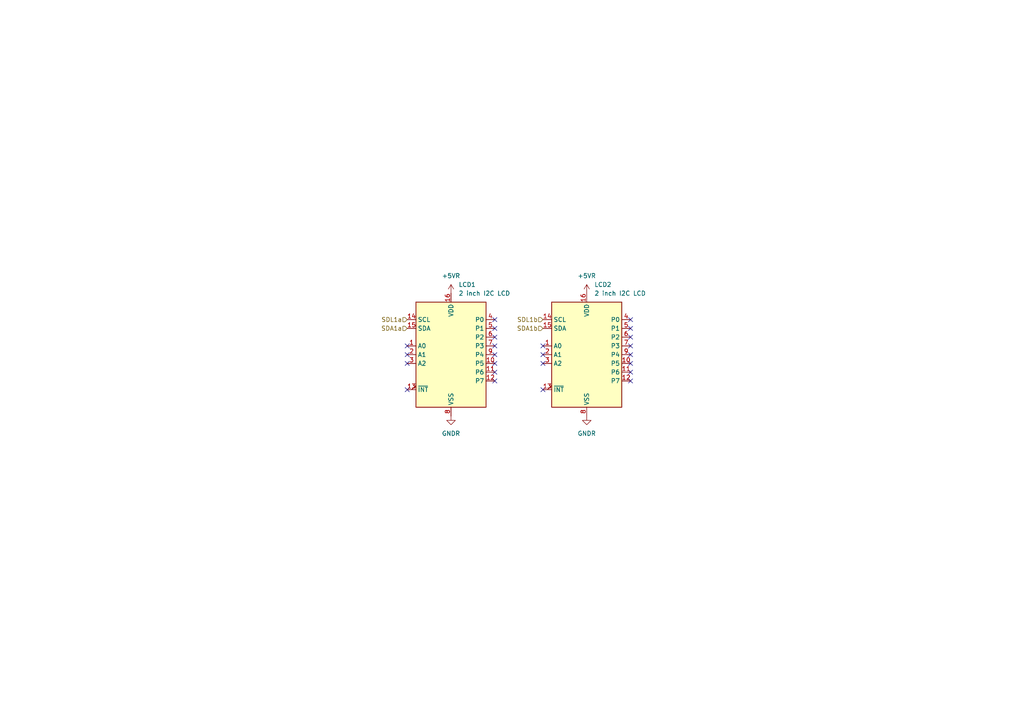
<source format=kicad_sch>
(kicad_sch (version 20250114) (generator "eeschema") (generator_version "9.0")
  (paper "A4")
  (lib_symbols
    (symbol "Interface_Expansion:PCF8574"
      (property "Reference" "U" (at -8.89 16.51 0))
      (property "Value" "PCF8574" (at 2.54 16.51 0))
      (symbol "PCF8574_0_1"
        (rectangle (start -10.16 15.24) (end 10.16 -15.24) (stroke (width 0.254)) (fill (type background)))
      )
      (symbol "PCF8574_1_1"
        (pin input line (at -12.7 10.16 0) (length 2.54) (name "SCL") (number "14"))
        (pin bidirectional line (at -12.7 7.62 0) (length 2.54) (name "SDA") (number "15"))
        (pin input line (at -12.7 2.54 0) (length 2.54) (name "A0") (number "1"))
        (pin input line (at -12.7 0 0) (length 2.54) (name "A1") (number "2"))
        (pin input line (at -12.7 -2.54 0) (length 2.54) (name "A2") (number "3"))
        (pin open_collector output_low (at -12.7 -10.16 0) (length 2.54) (name "~{INT}") (number "13"))
        (pin power_in line (at 0 17.78 270) (length 2.54) (name "VDD") (number "16"))
        (pin power_in line (at 0 -17.78 90) (length 2.54) (name "VSS") (number "8"))
        (pin bidirectional line (at 12.7 10.16 180) (length 2.54) (name "P0") (number "4"))
        (pin bidirectional line (at 12.7 7.62 180) (length 2.54) (name "P1") (number "5"))
        (pin bidirectional line (at 12.7 5.08 180) (length 2.54) (name "P2") (number "6"))
        (pin bidirectional line (at 12.7 2.54 180) (length 2.54) (name "P3") (number "7"))
        (pin bidirectional line (at 12.7 0 180) (length 2.54) (name "P4") (number "9"))
        (pin bidirectional line (at 12.7 -2.54 180) (length 2.54) (name "P5") (number "10"))
        (pin bidirectional line (at 12.7 -5.08 180) (length 2.54) (name "P6") (number "11"))
        (pin bidirectional line (at 12.7 -7.62 180) (length 2.54) (name "P7") (number "12"))
      )
    )
    (symbol "foostan/kbd:+5VR" (power) (pin_names (offset 0))
      (property "Value" "+5VR" (at 0 3.556 0))
      (symbol "+5VR_0_1"
        (polyline (pts (xy -0.762 1.27) (xy 0 2.54)))
        (polyline (pts (xy 0 2.54) (xy 0.762 1.27)))
        (polyline (pts (xy 0 0) (xy 0 2.54)))
      )
      (symbol "+5VR_1_1"
        (pin power_in line (at 0 0 90) (length 0) (hide yes) (name "+5VR") (number "1"))
      )
    )
    (symbol "foostan/kbd:GNDR" (power) (pin_names (offset 0))
      (property "Value" "GNDR" (at 0 -3.81 0))
      (symbol "GNDR_0_1"
        (polyline (pts (xy 0 0) (xy 0 -1.27) (xy 1.27 -1.27) (xy 0 -2.54) (xy -1.27 -1.27) (xy 0 -1.27)))
      )
      (symbol "GNDR_1_1"
        (pin power_in line (at 0 0 270) (length 0) (hide yes) (name "GNDR") (number "1"))
      )
    )
  )
  (no_connect (at 182.88 105.41))
  (no_connect (at 182.88 95.25))
  (no_connect (at 143.51 107.95))
  (no_connect (at 118.11 100.33))
  (no_connect (at 157.48 102.87))
  (no_connect (at 182.88 92.71))
  (no_connect (at 157.48 105.41))
  (no_connect (at 143.51 110.49))
  (no_connect (at 182.88 102.87))
  (no_connect (at 143.51 102.87))
  (no_connect (at 182.88 107.95))
  (no_connect (at 143.51 95.25))
  (no_connect (at 182.88 100.33))
  (no_connect (at 182.88 97.79))
  (no_connect (at 118.11 105.41))
  (no_connect (at 143.51 105.41))
  (no_connect (at 157.48 113.03))
  (no_connect (at 118.11 113.03))
  (no_connect (at 143.51 100.33))
  (no_connect (at 182.88 110.49))
  (no_connect (at 118.11 102.87))
  (no_connect (at 143.51 97.79))
  (no_connect (at 157.48 100.33))
  (no_connect (at 143.51 92.71))
  (hierarchical_label "SDL1b" (shape input) (at 157.48 92.71 180))
  (hierarchical_label "SDA1a" (shape input) (at 118.11 95.25 180))
  (hierarchical_label "SDL1a" (shape input) (at 118.11 92.71 180))
  (hierarchical_label "SDA1b" (shape input) (at 157.48 95.25 180))
  (symbol (lib_id "foostan/kbd:+5VR") (at 130.81 85.09 0) (unit 1)
    (property "Reference" "#PWR07" (effects (hide yes)))
    (property "Value" "+5VR" (at 130.81 80.01 0))
  )
  (symbol (lib_id "Interface_Expansion:PCF8574") (at 170.18 102.87 0) (unit 1)
    (property "Reference" "LCD2" (at 172.3741 82.55 0) (effects (justify left)))
    (property "Value" "2 inch I2C LCD" (at 172.3741 85.09 0) (effects (justify left)))
  )
  (symbol (lib_id "foostan/kbd:GNDR") (at 130.81 120.65 0) (unit 1)
    (property "Reference" "#PWR09" (effects (hide yes)))
    (property "Value" "GNDR" (at 130.81 125.73 0))
  )
  (symbol (lib_id "Interface_Expansion:PCF8574") (at 130.81 102.87 0) (unit 1)
    (property "Reference" "LCD1" (at 133.0041 82.55 0) (effects (justify left)))
    (property "Value" "2 inch I2C LCD" (at 133.0041 85.09 0) (effects (justify left)))
  )
  (symbol (lib_id "foostan/kbd:+5VR") (at 170.18 85.09 0) (unit 1)
    (property "Reference" "#PWR08" (effects (hide yes)))
    (property "Value" "+5VR" (at 170.18 80.01 0))
  )
  (symbol (lib_id "foostan/kbd:GNDR") (at 170.18 120.65 0) (unit 1)
    (property "Reference" "#PWR010" (effects (hide yes)))
    (property "Value" "GNDR" (at 170.18 125.73 0))
  )
)
</source>
